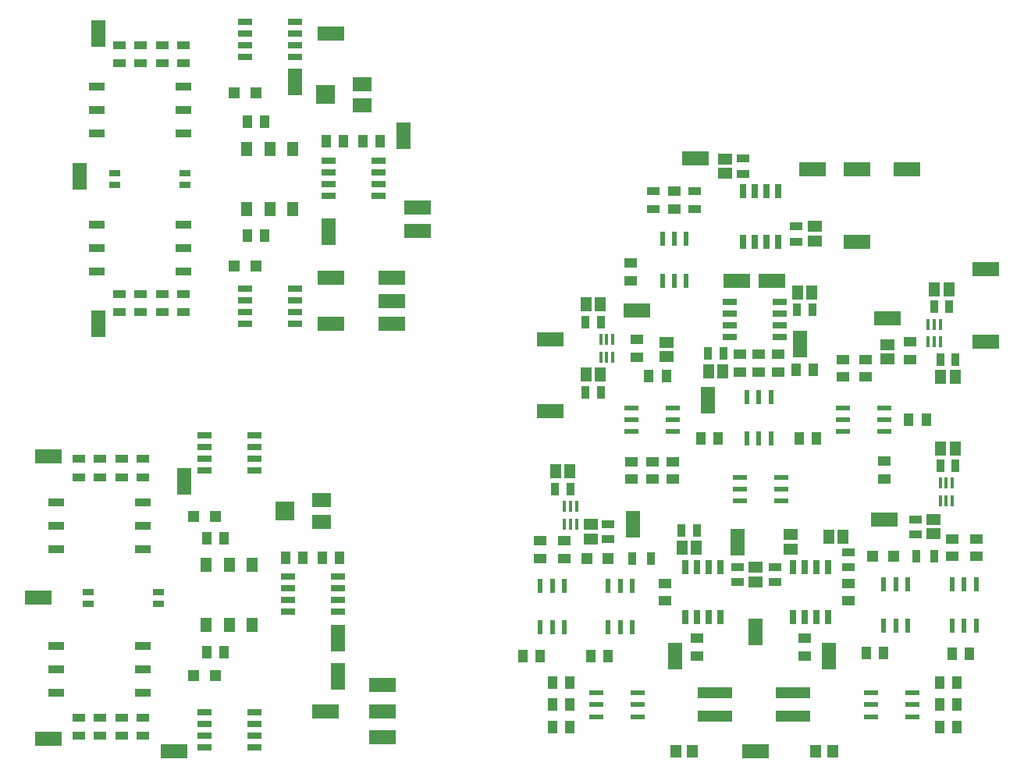
<source format=gtp>
G04*
G04 #@! TF.GenerationSoftware,Altium Limited,Altium Designer,22.11.1 (43)*
G04*
G04 Layer_Color=8421504*
%FSLAX44Y44*%
%MOMM*%
G71*
G04*
G04 #@! TF.SameCoordinates,63F1A2F7-16B8-44B3-AA34-CB54DD539490*
G04*
G04*
G04 #@! TF.FilePolarity,Positive*
G04*
G01*
G75*
%ADD13R,1.1500X1.1500*%
%ADD14R,1.0000X1.4000*%
%ADD15R,1.2700X0.7600*%
%ADD16R,1.7000X0.9000*%
%ADD17R,1.5000X3.0000*%
%ADD18R,3.0000X1.5000*%
%ADD19R,1.4500X0.9000*%
%ADD20R,1.5260X0.6500*%
%ADD21R,2.0000X1.6000*%
%ADD22R,2.0000X2.0000*%
%ADD23R,1.2000X1.5000*%
%ADD24R,1.5250X0.6500*%
%ADD27R,1.5200X1.1900*%
%ADD28R,1.5000X0.6000*%
%ADD29R,0.6500X1.5260*%
%ADD30R,0.4000X1.2000*%
%ADD31R,0.9400X1.4300*%
%ADD32R,1.1900X1.5200*%
%ADD33R,0.6000X1.5000*%
%ADD34R,1.4000X1.0000*%
%ADD35R,0.9500X1.4500*%
%ADD36R,3.6830X1.2700*%
%ADD37R,1.1500X1.4500*%
%ADD38R,1.0000X1.4500*%
%ADD39R,1.4500X1.0000*%
%ADD40R,1.4500X0.9500*%
%ADD41R,1.4300X0.9400*%
D13*
X317559Y591493D02*
D03*
X294059D02*
D03*
X317559Y779453D02*
D03*
X294059D02*
D03*
X273544Y320040D02*
D03*
X250044D02*
D03*
X273544Y147320D02*
D03*
X250044D02*
D03*
X1009632Y276384D02*
D03*
X986132D02*
D03*
X699742Y274454D02*
D03*
X676242D02*
D03*
D14*
X327059Y747957D02*
D03*
X308059D02*
D03*
X433549Y726621D02*
D03*
X452549D02*
D03*
X412417D02*
D03*
X393417D02*
D03*
X327059Y624513D02*
D03*
X308059D02*
D03*
X389534Y274828D02*
D03*
X408534D02*
D03*
X368402D02*
D03*
X349402D02*
D03*
X283044Y296164D02*
D03*
X264044D02*
D03*
X283044Y172720D02*
D03*
X264044D02*
D03*
X906696Y404456D02*
D03*
X925696D02*
D03*
X657980Y139682D02*
D03*
X638980D02*
D03*
X657980Y115552D02*
D03*
X638980D02*
D03*
X680742Y168384D02*
D03*
X979492Y171686D02*
D03*
X1078096Y115552D02*
D03*
Y139682D02*
D03*
X1044568Y424670D02*
D03*
X1025568D02*
D03*
X1059096Y139682D02*
D03*
Y115552D02*
D03*
X1072706Y170416D02*
D03*
X1091706D02*
D03*
X998492Y171686D02*
D03*
X699742Y168384D02*
D03*
X607082Y168486D02*
D03*
X626082D02*
D03*
X819016Y404456D02*
D03*
X800016D02*
D03*
D15*
X240814Y679885D02*
D03*
X164614D02*
D03*
X240814Y692585D02*
D03*
X164614D02*
D03*
X135890Y237998D02*
D03*
X212090D02*
D03*
X135890Y225298D02*
D03*
X212090D02*
D03*
D16*
X238664Y735765D02*
D03*
Y761165D02*
D03*
Y786565D02*
D03*
X145164D02*
D03*
Y761165D02*
D03*
Y735765D02*
D03*
X238664Y585905D02*
D03*
Y611305D02*
D03*
Y636705D02*
D03*
X145164D02*
D03*
Y611305D02*
D03*
Y585905D02*
D03*
X194649Y283972D02*
D03*
Y309372D02*
D03*
Y334772D02*
D03*
X101149D02*
D03*
Y309372D02*
D03*
Y283972D02*
D03*
Y128778D02*
D03*
Y154178D02*
D03*
Y179578D02*
D03*
X194649D02*
D03*
Y154178D02*
D03*
Y128778D02*
D03*
D17*
X146377Y528501D02*
D03*
X395863Y628831D02*
D03*
X126057Y689227D02*
D03*
X477847Y732717D02*
D03*
X359679Y791391D02*
D03*
X146377Y844063D02*
D03*
X240030Y357660D02*
D03*
X406088Y187960D02*
D03*
Y146558D02*
D03*
X907560Y506712D02*
D03*
X859300Y194292D02*
D03*
X726204Y311712D02*
D03*
X840250Y292082D02*
D03*
X807920Y446260D02*
D03*
X939310Y168536D02*
D03*
X772432D02*
D03*
D18*
X399107Y528501D02*
D03*
X465147D02*
D03*
Y553520D02*
D03*
Y578539D02*
D03*
X399107D02*
D03*
X493087Y629974D02*
D03*
Y654993D02*
D03*
X399107Y844063D02*
D03*
X228346Y64584D02*
D03*
X454660Y80264D02*
D03*
Y136652D02*
D03*
Y108458D02*
D03*
X392684D02*
D03*
X81280Y231822D02*
D03*
X92456Y385110D02*
D03*
Y78534D02*
D03*
X859300Y65006D02*
D03*
X969790Y696196D02*
D03*
X839047Y575800D02*
D03*
X1023892Y696196D02*
D03*
X1109490Y509304D02*
D03*
Y587992D02*
D03*
X637050Y511812D02*
D03*
X731030Y543542D02*
D03*
X637050Y434322D02*
D03*
X877080Y575800D02*
D03*
X999000Y316792D02*
D03*
X1002708Y534652D02*
D03*
X794530Y708206D02*
D03*
X969790Y618230D02*
D03*
X921530Y696196D02*
D03*
D19*
X238664Y541201D02*
D03*
Y561201D02*
D03*
X215606Y541201D02*
D03*
Y561201D02*
D03*
X169491Y541201D02*
D03*
Y561201D02*
D03*
X192549Y541201D02*
D03*
Y561201D02*
D03*
Y831363D02*
D03*
Y811363D02*
D03*
X238664Y831363D02*
D03*
Y811363D02*
D03*
X215606Y831363D02*
D03*
Y811363D02*
D03*
X169491Y831363D02*
D03*
Y811363D02*
D03*
X148534Y362110D02*
D03*
Y382110D02*
D03*
X171591Y101534D02*
D03*
Y81534D02*
D03*
Y362110D02*
D03*
Y382110D02*
D03*
X194649Y101534D02*
D03*
Y81534D02*
D03*
Y362110D02*
D03*
Y382110D02*
D03*
X125476Y362110D02*
D03*
Y382110D02*
D03*
X148534Y81534D02*
D03*
Y101534D02*
D03*
X125476Y81534D02*
D03*
Y101534D02*
D03*
D20*
X450103Y706047D02*
D03*
Y693347D02*
D03*
Y680647D02*
D03*
Y667947D02*
D03*
X395863D02*
D03*
Y680647D02*
D03*
Y693347D02*
D03*
Y706047D02*
D03*
X305439Y566601D02*
D03*
Y553901D02*
D03*
Y541201D02*
D03*
Y528501D02*
D03*
X359679D02*
D03*
Y541201D02*
D03*
Y553901D02*
D03*
Y566601D02*
D03*
Y856763D02*
D03*
Y844063D02*
D03*
Y831363D02*
D03*
Y818663D02*
D03*
X305439D02*
D03*
Y831363D02*
D03*
Y844063D02*
D03*
Y856763D02*
D03*
X406088Y254254D02*
D03*
Y241554D02*
D03*
Y228854D02*
D03*
Y216154D02*
D03*
X351848D02*
D03*
Y228854D02*
D03*
Y241554D02*
D03*
Y254254D02*
D03*
D21*
X433077Y765671D02*
D03*
Y789171D02*
D03*
X389062Y313878D02*
D03*
Y337378D02*
D03*
D22*
X393077Y777421D02*
D03*
X349062Y325628D02*
D03*
D23*
X307559Y718735D02*
D03*
X332559D02*
D03*
X357559D02*
D03*
X307559Y653735D02*
D03*
X332559D02*
D03*
X357559D02*
D03*
X263544Y266942D02*
D03*
X288544D02*
D03*
X313544D02*
D03*
X263544Y201942D02*
D03*
X288544D02*
D03*
X313544D02*
D03*
D24*
X315664Y106934D02*
D03*
Y94234D02*
D03*
Y81534D02*
D03*
Y68834D02*
D03*
X261424D02*
D03*
Y81534D02*
D03*
Y94234D02*
D03*
Y106934D02*
D03*
Y407510D02*
D03*
Y394810D02*
D03*
Y382110D02*
D03*
Y369410D02*
D03*
X315664D02*
D03*
Y382110D02*
D03*
Y394810D02*
D03*
Y407510D02*
D03*
X831672Y552940D02*
D03*
Y540240D02*
D03*
Y514840D02*
D03*
X885912D02*
D03*
Y527540D02*
D03*
Y540240D02*
D03*
Y552940D02*
D03*
X831672Y527540D02*
D03*
D27*
X897400Y284182D02*
D03*
Y299982D02*
D03*
X1002708Y506404D02*
D03*
Y490604D02*
D03*
X762787Y493112D02*
D03*
Y508912D02*
D03*
X924070Y634330D02*
D03*
Y618530D02*
D03*
X1052340Y300764D02*
D03*
Y316564D02*
D03*
X826280Y707906D02*
D03*
Y692106D02*
D03*
X680742Y295612D02*
D03*
Y311412D02*
D03*
X859300Y248746D02*
D03*
Y264546D02*
D03*
D28*
X842604Y349486D02*
D03*
X887604D02*
D03*
X842604Y362486D02*
D03*
Y336486D02*
D03*
X887604D02*
D03*
Y362486D02*
D03*
X769786Y424670D02*
D03*
Y437670D02*
D03*
X724786D02*
D03*
Y424670D02*
D03*
Y411670D02*
D03*
X769786D02*
D03*
X953894Y437670D02*
D03*
X998894D02*
D03*
Y424670D02*
D03*
Y411670D02*
D03*
X953894D02*
D03*
Y424670D02*
D03*
X731940Y102552D02*
D03*
X686940D02*
D03*
Y115552D02*
D03*
Y128552D02*
D03*
X731940D02*
D03*
Y115552D02*
D03*
X984882Y128552D02*
D03*
X1029882D02*
D03*
Y115552D02*
D03*
Y102552D02*
D03*
X984882D02*
D03*
Y115552D02*
D03*
D29*
X782914Y210606D02*
D03*
X808314D02*
D03*
X821014Y264846D02*
D03*
X808314D02*
D03*
X795614D02*
D03*
X782914D02*
D03*
X821014Y210606D02*
D03*
X795614D02*
D03*
X845584Y618230D02*
D03*
X858284D02*
D03*
X870984D02*
D03*
Y672470D02*
D03*
X845584D02*
D03*
X858284D02*
D03*
X883684Y618230D02*
D03*
Y672470D02*
D03*
X925704Y210606D02*
D03*
X900304D02*
D03*
X938404Y264846D02*
D03*
X925704D02*
D03*
X913004D02*
D03*
X900304D02*
D03*
X938404Y210606D02*
D03*
X913004D02*
D03*
D30*
X691510Y511812D02*
D03*
X698010D02*
D03*
X704510D02*
D03*
Y492812D02*
D03*
X698010D02*
D03*
X691510D02*
D03*
X1053206Y528305D02*
D03*
X1059706Y509304D02*
D03*
X1053206D02*
D03*
X1046706D02*
D03*
Y528305D02*
D03*
X1059706D02*
D03*
Y336786D02*
D03*
X1066206D02*
D03*
X1072706D02*
D03*
Y355786D02*
D03*
X1066206D02*
D03*
X1059706D02*
D03*
X658582Y330712D02*
D03*
X665082Y311712D02*
D03*
X658582D02*
D03*
X652082D02*
D03*
Y330712D02*
D03*
X665082D02*
D03*
D31*
X658582Y349740D02*
D03*
X642182D02*
D03*
X824320Y496552D02*
D03*
X807920D02*
D03*
X1053206Y547352D02*
D03*
X1069606D02*
D03*
X1059706Y490202D02*
D03*
X1076106D02*
D03*
X675110Y530842D02*
D03*
Y454642D02*
D03*
X1076106Y374632D02*
D03*
X920840Y544050D02*
D03*
X779214Y304782D02*
D03*
X691510Y530842D02*
D03*
Y454642D02*
D03*
X795614Y304782D02*
D03*
X904440Y544050D02*
D03*
X1059706Y374632D02*
D03*
D32*
X658282Y368536D02*
D03*
X642482D02*
D03*
X824020Y477502D02*
D03*
X808220D02*
D03*
X1053506Y566402D02*
D03*
X1069306D02*
D03*
X1060006Y471152D02*
D03*
X1075806D02*
D03*
X779514Y285732D02*
D03*
X795314D02*
D03*
X675410Y549892D02*
D03*
X691210D02*
D03*
X675410Y473692D02*
D03*
X691210D02*
D03*
X954504Y297924D02*
D03*
X938704D02*
D03*
X920540Y563100D02*
D03*
X904740D02*
D03*
X1075806Y393682D02*
D03*
X1060006D02*
D03*
D33*
X771416Y575906D02*
D03*
X784416D02*
D03*
Y620906D02*
D03*
X771416D02*
D03*
X758416D02*
D03*
Y575906D02*
D03*
X1072706Y201154D02*
D03*
Y246154D02*
D03*
X1085706D02*
D03*
X1098706D02*
D03*
Y201154D02*
D03*
X1085706D02*
D03*
X998492D02*
D03*
Y246154D02*
D03*
X1011492D02*
D03*
X1024492D02*
D03*
Y201154D02*
D03*
X1011492D02*
D03*
X639082Y199224D02*
D03*
X652082D02*
D03*
Y244224D02*
D03*
X639082D02*
D03*
X626082D02*
D03*
Y199224D02*
D03*
X699742D02*
D03*
Y244224D02*
D03*
X712742D02*
D03*
X725742D02*
D03*
Y199224D02*
D03*
X712742D02*
D03*
X850112Y449456D02*
D03*
X863112D02*
D03*
X876112D02*
D03*
X863112Y404456D02*
D03*
X876112D02*
D03*
X850112D02*
D03*
D34*
X731030Y492812D02*
D03*
Y511812D02*
D03*
X1026788Y490304D02*
D03*
Y509304D02*
D03*
X842282Y476638D02*
D03*
Y495638D02*
D03*
X978574Y490304D02*
D03*
Y471304D02*
D03*
X953894Y490304D02*
D03*
Y471304D02*
D03*
X1072706Y276384D02*
D03*
Y295384D02*
D03*
X747286Y360274D02*
D03*
Y379274D02*
D03*
X724786Y360274D02*
D03*
Y379274D02*
D03*
X769786Y360274D02*
D03*
Y379274D02*
D03*
X626082Y293454D02*
D03*
Y274454D02*
D03*
D35*
X1033610Y276384D02*
D03*
X1053610D02*
D03*
X725742Y274454D02*
D03*
X745742D02*
D03*
D36*
X815214Y102852D02*
D03*
X900304D02*
D03*
Y128252D02*
D03*
X815214D02*
D03*
D37*
X942904Y65006D02*
D03*
X924904D02*
D03*
X772614D02*
D03*
X790614D02*
D03*
D38*
X903140Y478772D02*
D03*
X922140D02*
D03*
X657980Y90914D02*
D03*
X638980D02*
D03*
X1078096D02*
D03*
X1059096D02*
D03*
X762787Y472034D02*
D03*
X743786D02*
D03*
D39*
X723918Y575906D02*
D03*
Y594906D02*
D03*
X771285Y672470D02*
D03*
Y653470D02*
D03*
X863112Y476638D02*
D03*
Y495638D02*
D03*
X883938Y476638D02*
D03*
Y495638D02*
D03*
X960138Y247226D02*
D03*
Y228226D02*
D03*
X998894Y379560D02*
D03*
Y360560D02*
D03*
X761256Y228226D02*
D03*
X795614Y187536D02*
D03*
X913004D02*
D03*
X1098706Y295384D02*
D03*
Y276384D02*
D03*
X652082Y293454D02*
D03*
Y274454D02*
D03*
X913004Y168536D02*
D03*
X795614D02*
D03*
X761256Y247226D02*
D03*
D40*
X748302Y672970D02*
D03*
Y652970D02*
D03*
X793768Y672970D02*
D03*
Y652970D02*
D03*
D41*
X1033290Y300392D02*
D03*
X880890Y248446D02*
D03*
X960038Y281246D02*
D03*
X840250Y248446D02*
D03*
X903750Y634630D02*
D03*
X845584Y708206D02*
D03*
X699742Y295312D02*
D03*
X845584Y691806D02*
D03*
X1033290Y316792D02*
D03*
X880890Y264846D02*
D03*
X960038D02*
D03*
X699742Y311712D02*
D03*
X903750Y618230D02*
D03*
X840250Y264846D02*
D03*
M02*

</source>
